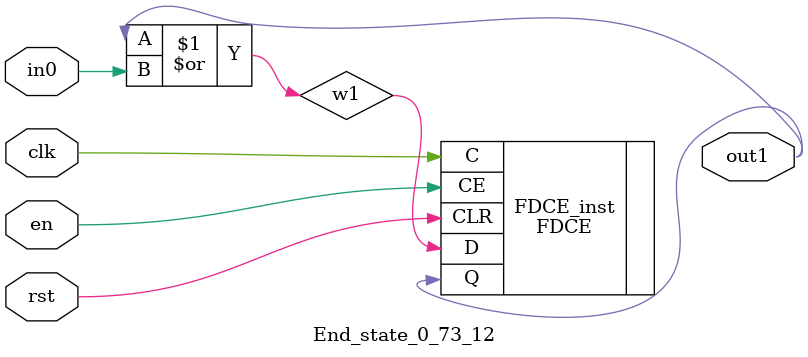
<source format=v>
module engine_0_73(out,clk,sod,en, in_5, in_6, in_12, in_18, in_21, in_25, in_29, in_34, in_35);
//pcre: /\/cfg\/[A-Z]+\.plug/Ui
//block char: L[0], G[0], \x2E[8], c[0], p[0], \x2F[8], u[0], [\z415a][1], f[0], 

	input clk,sod,en;

	input in_5, in_6, in_12, in_18, in_21, in_25, in_29, in_34, in_35;
	output out;

	assign w0 = 1'b1;
	state_0_73_1 BlockState_0_73_1 (w1,in_25,clk,en,sod,w0);
	state_0_73_2 BlockState_0_73_2 (w2,in_18,clk,en,sod,w1);
	state_0_73_3 BlockState_0_73_3 (w3,in_35,clk,en,sod,w2);
	state_0_73_4 BlockState_0_73_4 (w4,in_6,clk,en,sod,w3);
	state_0_73_5 BlockState_0_73_5 (w5,in_25,clk,en,sod,w4);
	state_0_73_6 BlockState_0_73_6 (w6,in_34,clk,en,sod,w6,w5);
	state_0_73_7 BlockState_0_73_7 (w7,in_12,clk,en,sod,w6);
	state_0_73_8 BlockState_0_73_8 (w8,in_21,clk,en,sod,w7);
	state_0_73_9 BlockState_0_73_9 (w9,in_5,clk,en,sod,w8);
	state_0_73_10 BlockState_0_73_10 (w10,in_29,clk,en,sod,w9);
	state_0_73_11 BlockState_0_73_11 (w11,in_6,clk,en,sod,w10);
	End_state_0_73_12 BlockState_0_73_12 (out,clk,en,sod,w11);
endmodule

module state_0_73_1(out1,in_char,clk,en,rst,in0);
	input in_char,clk,en,rst,in0;
	output out1;
	wire w1,w2;
	assign w1 = in0; 
	and(w2,in_char,w1);
	FDCE #(.INIT(1'b0)) FDCE_inst (
		.Q(out1),
		.C(clk),
		.CE(en),
		.CLR(rst),
		.D(w2)
);
endmodule

module state_0_73_2(out1,in_char,clk,en,rst,in0);
	input in_char,clk,en,rst,in0;
	output out1;
	wire w1,w2;
	assign w1 = in0; 
	and(w2,in_char,w1);
	FDCE #(.INIT(1'b0)) FDCE_inst (
		.Q(out1),
		.C(clk),
		.CE(en),
		.CLR(rst),
		.D(w2)
);
endmodule

module state_0_73_3(out1,in_char,clk,en,rst,in0);
	input in_char,clk,en,rst,in0;
	output out1;
	wire w1,w2;
	assign w1 = in0; 
	and(w2,in_char,w1);
	FDCE #(.INIT(1'b0)) FDCE_inst (
		.Q(out1),
		.C(clk),
		.CE(en),
		.CLR(rst),
		.D(w2)
);
endmodule

module state_0_73_4(out1,in_char,clk,en,rst,in0);
	input in_char,clk,en,rst,in0;
	output out1;
	wire w1,w2;
	assign w1 = in0; 
	and(w2,in_char,w1);
	FDCE #(.INIT(1'b0)) FDCE_inst (
		.Q(out1),
		.C(clk),
		.CE(en),
		.CLR(rst),
		.D(w2)
);
endmodule

module state_0_73_5(out1,in_char,clk,en,rst,in0);
	input in_char,clk,en,rst,in0;
	output out1;
	wire w1,w2;
	assign w1 = in0; 
	and(w2,in_char,w1);
	FDCE #(.INIT(1'b0)) FDCE_inst (
		.Q(out1),
		.C(clk),
		.CE(en),
		.CLR(rst),
		.D(w2)
);
endmodule

module state_0_73_6(out1,in_char,clk,en,rst,in0,in1);
	input in_char,clk,en,rst,in0,in1;
	output out1;
	wire w1,w2;
	or(w1,in0,in1);
	and(w2,in_char,w1);
	FDCE #(.INIT(1'b0)) FDCE_inst (
		.Q(out1),
		.C(clk),
		.CE(en),
		.CLR(rst),
		.D(w2)
);
endmodule

module state_0_73_7(out1,in_char,clk,en,rst,in0);
	input in_char,clk,en,rst,in0;
	output out1;
	wire w1,w2;
	assign w1 = in0; 
	and(w2,in_char,w1);
	FDCE #(.INIT(1'b0)) FDCE_inst (
		.Q(out1),
		.C(clk),
		.CE(en),
		.CLR(rst),
		.D(w2)
);
endmodule

module state_0_73_8(out1,in_char,clk,en,rst,in0);
	input in_char,clk,en,rst,in0;
	output out1;
	wire w1,w2;
	assign w1 = in0; 
	and(w2,in_char,w1);
	FDCE #(.INIT(1'b0)) FDCE_inst (
		.Q(out1),
		.C(clk),
		.CE(en),
		.CLR(rst),
		.D(w2)
);
endmodule

module state_0_73_9(out1,in_char,clk,en,rst,in0);
	input in_char,clk,en,rst,in0;
	output out1;
	wire w1,w2;
	assign w1 = in0; 
	and(w2,in_char,w1);
	FDCE #(.INIT(1'b0)) FDCE_inst (
		.Q(out1),
		.C(clk),
		.CE(en),
		.CLR(rst),
		.D(w2)
);
endmodule

module state_0_73_10(out1,in_char,clk,en,rst,in0);
	input in_char,clk,en,rst,in0;
	output out1;
	wire w1,w2;
	assign w1 = in0; 
	and(w2,in_char,w1);
	FDCE #(.INIT(1'b0)) FDCE_inst (
		.Q(out1),
		.C(clk),
		.CE(en),
		.CLR(rst),
		.D(w2)
);
endmodule

module state_0_73_11(out1,in_char,clk,en,rst,in0);
	input in_char,clk,en,rst,in0;
	output out1;
	wire w1,w2;
	assign w1 = in0; 
	and(w2,in_char,w1);
	FDCE #(.INIT(1'b0)) FDCE_inst (
		.Q(out1),
		.C(clk),
		.CE(en),
		.CLR(rst),
		.D(w2)
);
endmodule

module End_state_0_73_12(out1,clk,en,rst,in0);
	input clk,rst,en,in0;
	output out1;
	wire w1;
	or(w1,out1,in0);
	FDCE #(.INIT(1'b0)) FDCE_inst (
		.Q(out1),
		.C(clk),
		.CE(en),
		.CLR(rst),
		.D(w1)
);
endmodule


</source>
